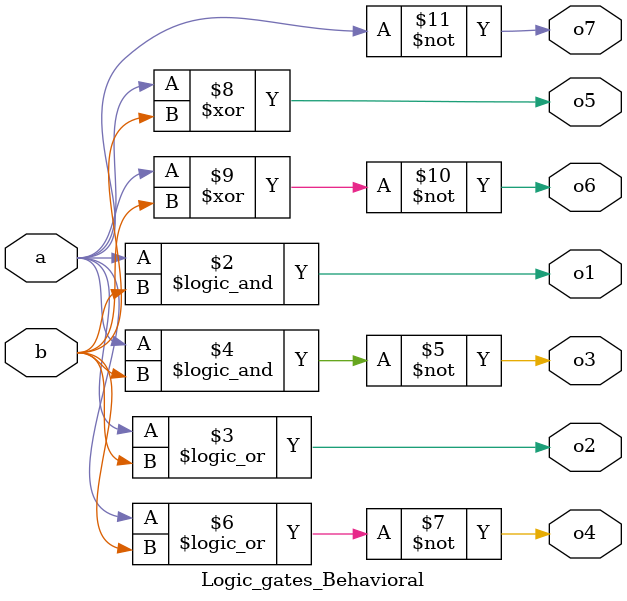
<source format=v>
`timescale 1ns / 1ps

module Logic_gates_Behavioral(a,b,o1,o2,o3,o4,o5,o6,o7);
input a,b;
output o1,o2,o3,o4,o5,o6,o7;
reg o1,o2,o3,o4,o5,o6,o7;
always@(*) begin
o1=a&&b;
o2=a||b;
o3=~(a&&b);
o4=~(a||b);
o5=a^b;
o6=~(a^b);
o7=~a;
end
endmodule

</source>
